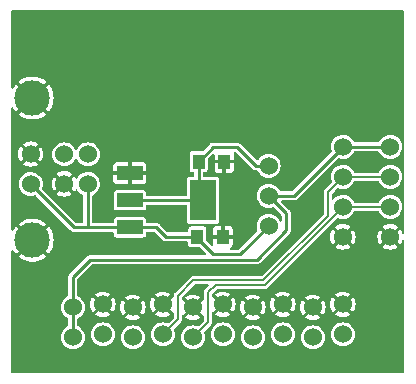
<source format=gtl>
%TF.GenerationSoftware,KiCad,Pcbnew,7.0.8*%
%TF.CreationDate,2024-04-10T09:11:16-04:00*%
%TF.ProjectId,petit-swd,70657469-742d-4737-9764-2e6b69636164,0.1*%
%TF.SameCoordinates,PX77e7cd0PY6a95280*%
%TF.FileFunction,Copper,L1,Top*%
%TF.FilePolarity,Positive*%
%FSLAX46Y46*%
G04 Gerber Fmt 4.6, Leading zero omitted, Abs format (unit mm)*
G04 Created by KiCad (PCBNEW 7.0.8) date 2024-04-10 09:11:16*
%MOMM*%
%LPD*%
G01*
G04 APERTURE LIST*
%TA.AperFunction,ComponentPad*%
%ADD10C,1.524000*%
%TD*%
%TA.AperFunction,ComponentPad*%
%ADD11C,3.000000*%
%TD*%
%TA.AperFunction,SMDPad,CuDef*%
%ADD12R,2.200000X1.200000*%
%TD*%
%TA.AperFunction,SMDPad,CuDef*%
%ADD13R,2.200000X3.500000*%
%TD*%
%TA.AperFunction,SMDPad,CuDef*%
%ADD14R,1.016000X1.270000*%
%TD*%
%TA.AperFunction,Conductor*%
%ADD15C,0.177800*%
%TD*%
%TA.AperFunction,Conductor*%
%ADD16C,0.254000*%
%TD*%
G04 APERTURE END LIST*
D10*
%TO.P,CON102,1,Vdd*%
%TO.N,VCC*%
X28575000Y19685000D03*
%TO.P,CON102,2,SWDIO*%
%TO.N,/SWDIO*%
X28575000Y17145000D03*
%TO.P,CON102,3,SWCLK*%
%TO.N,/SWCLK*%
X28575000Y14605000D03*
%TO.P,CON102,4,GND*%
%TO.N,GND*%
X28575000Y12065000D03*
%TD*%
%TO.P,CON104,1,+5V*%
%TO.N,+5V*%
X6985000Y16550000D03*
%TO.P,CON104,2,D-*%
%TO.N,unconnected-(CON104-D--Pad2)*%
X6985000Y19050000D03*
%TO.P,CON104,3,D+*%
%TO.N,unconnected-(CON104-D+-Pad3)*%
X4985000Y19050000D03*
%TO.P,CON104,4,GND*%
%TO.N,GND*%
X4985000Y16550000D03*
D11*
%TO.P,CON104,5,CASE*%
X2275000Y11780000D03*
X2275000Y23820000D03*
%TD*%
D10*
%TO.P,CON105,1,1*%
%TO.N,+3V3*%
X22288500Y18084800D03*
%TO.P,CON105,2,2*%
%TO.N,VCC*%
X22288500Y15544800D03*
%TO.P,CON105,3,3*%
%TO.N,+5V*%
X22288500Y13004800D03*
%TD*%
%TO.P,CON101,1,Vcc*%
%TO.N,VCC*%
X5715000Y3556000D03*
%TO.P,CON101,2,Vcc*%
X5715000Y6096000D03*
%TO.P,CON101,3,TRST*%
%TO.N,unconnected-(CON101-TRST-Pad3)*%
X8255000Y3810000D03*
%TO.P,CON101,4,GND*%
%TO.N,GND*%
X8255000Y6350000D03*
%TO.P,CON101,5,TDI*%
%TO.N,unconnected-(CON101-TDI-Pad5)*%
X10795000Y3556000D03*
%TO.P,CON101,6,GND*%
%TO.N,GND*%
X10795000Y6096000D03*
%TO.P,CON101,7,SWDIO/TMS*%
%TO.N,/SWDIO*%
X13335000Y3810000D03*
%TO.P,CON101,8,GND*%
%TO.N,GND*%
X13335000Y6350000D03*
%TO.P,CON101,9,SWCLK/TCLK*%
%TO.N,/SWCLK*%
X15875000Y3556000D03*
%TO.P,CON101,10,GND*%
%TO.N,GND*%
X15875000Y6096000D03*
%TO.P,CON101,11,RTCK*%
%TO.N,unconnected-(CON101-RTCK-Pad11)*%
X18415000Y3810000D03*
%TO.P,CON101,12,GND*%
%TO.N,GND*%
X18415000Y6350000D03*
%TO.P,CON101,13,SWO/TDO*%
%TO.N,unconnected-(CON101-SWO{slash}TDO-Pad13)*%
X20955000Y3556000D03*
%TO.P,CON101,14,GND*%
%TO.N,GND*%
X20955000Y6096000D03*
%TO.P,CON101,15,RESET*%
%TO.N,unconnected-(CON101-RESET-Pad15)*%
X23495000Y3810000D03*
%TO.P,CON101,16,GND*%
%TO.N,GND*%
X23495000Y6350000D03*
%TO.P,CON101,17,NC*%
%TO.N,unconnected-(CON101-NC-Pad17)*%
X26035000Y3556000D03*
%TO.P,CON101,18,GND*%
%TO.N,GND*%
X26035000Y6096000D03*
%TO.P,CON101,19,NC*%
%TO.N,unconnected-(CON101-NC-Pad19)*%
X28575000Y3810000D03*
%TO.P,CON101,20,GND*%
%TO.N,GND*%
X28575000Y6350000D03*
%TD*%
%TO.P,CON106,1,1*%
%TO.N,+5V*%
X2140000Y16535400D03*
%TO.P,CON106,2,2*%
%TO.N,GND*%
X2140000Y19075400D03*
%TD*%
D12*
%TO.P,U101,1,GND*%
%TO.N,GND*%
X10527100Y17463800D03*
D13*
%TO.P,U101,2,Vout*%
%TO.N,+3V3*%
X16727100Y15163800D03*
D12*
X10527100Y15163800D03*
%TO.P,U101,3,Vin*%
%TO.N,+5V*%
X10527100Y12863800D03*
%TD*%
D10*
%TO.P,CON103,1,Vdd*%
%TO.N,VCC*%
X32575500Y19685000D03*
%TO.P,CON103,2,SWDIO*%
%TO.N,/SWDIO*%
X32575500Y17145000D03*
%TO.P,CON103,3,SWCLK*%
%TO.N,/SWCLK*%
X32575500Y14605000D03*
%TO.P,CON103,4,GND*%
%TO.N,GND*%
X32575500Y12065000D03*
%TD*%
D14*
%TO.P,C102,1*%
%TO.N,+3V3*%
X16357600Y18440400D03*
%TO.P,C102,2*%
%TO.N,GND*%
X18516600Y18440400D03*
%TD*%
%TO.P,C101,1*%
%TO.N,+5V*%
X16256000Y12065000D03*
%TO.P,C101,2*%
%TO.N,GND*%
X18415000Y12065000D03*
%TD*%
D15*
%TO.N,/SWDIO*%
X14605000Y5080000D02*
X13335000Y3810000D01*
X14605000Y7086600D02*
X14605000Y5080000D01*
X15900400Y8382000D02*
X14605000Y7086600D01*
X21844000Y8382000D02*
X15900400Y8382000D01*
X27279600Y13817600D02*
X21844000Y8382000D01*
X27279600Y15849600D02*
X27279600Y13817600D01*
X28575000Y17145000D02*
X27279600Y15849600D01*
%TO.N,/SWCLK*%
X21996400Y8026400D02*
X20726400Y8026400D01*
X28575000Y14605000D02*
X21996400Y8026400D01*
X17145000Y6934200D02*
X17145000Y7366000D01*
X17145000Y7366000D02*
X17805400Y8026400D01*
X17805400Y8026400D02*
X20726400Y8026400D01*
X15875000Y3556000D02*
X17145000Y4826000D01*
X17145000Y4826000D02*
X17145000Y6934200D01*
D16*
%TO.N,+3V3*%
X19608800Y19659600D02*
X21183600Y18084800D01*
X16357600Y18440400D02*
X17576800Y19659600D01*
X17576800Y19659600D02*
X19608800Y19659600D01*
X10527100Y15163800D02*
X16727100Y15163800D01*
X21183600Y18084800D02*
X22288500Y18084800D01*
X16357600Y18440400D02*
X16357600Y15533300D01*
X16357600Y15533300D02*
X16727100Y15163800D01*
D15*
%TO.N,/SWDIO*%
X28575000Y17145000D02*
X32575500Y17145000D01*
%TO.N,/SWCLK*%
X28575000Y14605000D02*
X32575500Y14605000D01*
D16*
%TO.N,+5V*%
X13563600Y12065000D02*
X16256000Y12065000D01*
X2140000Y16535400D02*
X5811600Y12863800D01*
X12764800Y12863800D02*
X13563600Y12065000D01*
X10527100Y12863800D02*
X12764800Y12863800D01*
X19875500Y10591800D02*
X22288500Y13004800D01*
X17602200Y10591800D02*
X19875500Y10591800D01*
X16256000Y12065000D02*
X16256000Y11938000D01*
X6985000Y12863800D02*
X10527100Y12863800D01*
X5811600Y12863800D02*
X6985000Y12863800D01*
X6985000Y16550000D02*
X6985000Y12863800D01*
X16256000Y11938000D02*
X17602200Y10591800D01*
%TO.N,VCC*%
X22288500Y15544800D02*
X24434800Y15544800D01*
X24434800Y15544800D02*
X28575000Y19685000D01*
X23774400Y12623800D02*
X23774400Y14058900D01*
X5715000Y6096000D02*
X5715000Y8661400D01*
X28575000Y19685000D02*
X32575500Y19685000D01*
X5715000Y3556000D02*
X5715000Y6096000D01*
X21285200Y10134600D02*
X23774400Y12623800D01*
X5715000Y8661400D02*
X7188200Y10134600D01*
X23774400Y14058900D02*
X22288500Y15544800D01*
X7188200Y10134600D02*
X21285200Y10134600D01*
%TD*%
%TA.AperFunction,Conductor*%
%TO.N,GND*%
G36*
X17176250Y8018035D02*
G01*
X17206314Y7965964D01*
X17195873Y7906750D01*
X17181903Y7888545D01*
X16914130Y7620773D01*
X16911302Y7618183D01*
X16877885Y7590141D01*
X16877883Y7590139D01*
X16856067Y7552354D01*
X16854008Y7549122D01*
X16828972Y7513366D01*
X16828972Y7513364D01*
X16827993Y7509712D01*
X16819221Y7488533D01*
X16817333Y7485263D01*
X16817331Y7485257D01*
X16809752Y7442283D01*
X16808923Y7438541D01*
X16797629Y7396389D01*
X16799696Y7372771D01*
X16801433Y7352914D01*
X16801600Y7349102D01*
X16801600Y6824429D01*
X16781035Y6767928D01*
X16737068Y6742544D01*
X16326931Y6332407D01*
X16262869Y6432090D01*
X16152470Y6527752D01*
X16110425Y6546953D01*
X16514613Y6951141D01*
X16470553Y6987302D01*
X16470554Y6987302D01*
X16285216Y7086367D01*
X16084135Y7147364D01*
X15875000Y7167962D01*
X15665864Y7147364D01*
X15464783Y7086367D01*
X15279449Y6987304D01*
X15235385Y6951142D01*
X15639574Y6546953D01*
X15597530Y6527752D01*
X15487131Y6432090D01*
X15423067Y6332406D01*
X15009086Y6746387D01*
X14983170Y6754403D01*
X14950588Y6804937D01*
X14948400Y6824429D01*
X14948400Y6907950D01*
X14968965Y6964451D01*
X14974145Y6970105D01*
X16016895Y8012855D01*
X16071389Y8038266D01*
X16079050Y8038600D01*
X17119749Y8038600D01*
X17176250Y8018035D01*
G37*
%TD.AperFunction*%
%TA.AperFunction,Conductor*%
G36*
X33750101Y31220935D02*
G01*
X33780165Y31168864D01*
X33781500Y31153600D01*
X33781500Y12356941D01*
X33760935Y12300440D01*
X33708864Y12270376D01*
X33649650Y12280817D01*
X33611001Y12326877D01*
X33609485Y12331425D01*
X33565866Y12475217D01*
X33466801Y12660554D01*
X33430640Y12704616D01*
X33027431Y12301407D01*
X32963369Y12401090D01*
X32852970Y12496752D01*
X32810925Y12515953D01*
X33215113Y12920141D01*
X33171053Y12956302D01*
X33171054Y12956302D01*
X32985716Y13055367D01*
X32784635Y13116364D01*
X32575500Y13136962D01*
X32366364Y13116364D01*
X32165283Y13055367D01*
X31979949Y12956304D01*
X31935885Y12920142D01*
X32340074Y12515953D01*
X32298030Y12496752D01*
X32187631Y12401090D01*
X32123567Y12301406D01*
X31720358Y12704615D01*
X31684196Y12660551D01*
X31585133Y12475217D01*
X31524136Y12274136D01*
X31503538Y12065000D01*
X31524136Y11855865D01*
X31585133Y11654784D01*
X31684198Y11469447D01*
X31720359Y11425387D01*
X32123567Y11828595D01*
X32187631Y11728910D01*
X32298030Y11633248D01*
X32340072Y11614048D01*
X31935884Y11209860D01*
X31979946Y11173699D01*
X31979945Y11173699D01*
X32165283Y11074634D01*
X32366364Y11013637D01*
X32575500Y10993039D01*
X32784635Y11013637D01*
X32985716Y11074634D01*
X33171048Y11173696D01*
X33215113Y11209861D01*
X32810926Y11614048D01*
X32852970Y11633248D01*
X32963369Y11728910D01*
X33027432Y11828595D01*
X33430639Y11425387D01*
X33466804Y11469452D01*
X33565866Y11654784D01*
X33609485Y11798576D01*
X33645565Y11846675D01*
X33704122Y11860328D01*
X33757755Y11833148D01*
X33781369Y11777852D01*
X33781500Y11773060D01*
X33781500Y596400D01*
X33760935Y539899D01*
X33708864Y509835D01*
X33693600Y508500D01*
X596400Y508500D01*
X539899Y529065D01*
X509835Y581136D01*
X508500Y596400D01*
X508500Y10902021D01*
X529065Y10958522D01*
X581136Y10988586D01*
X640350Y10978145D01*
X672524Y10945971D01*
X779625Y10760467D01*
X895116Y10615646D01*
X1347558Y11068088D01*
X1486782Y10915366D01*
X1566039Y10855515D01*
X1109715Y10399190D01*
X1146571Y10364993D01*
X1370072Y10212613D01*
X1370071Y10212613D01*
X1613780Y10095250D01*
X1872272Y10015516D01*
X2139746Y9975201D01*
X2139755Y9975200D01*
X2410245Y9975200D01*
X2410253Y9975201D01*
X2677727Y10015516D01*
X2936219Y10095250D01*
X3179928Y10212613D01*
X3403429Y10364994D01*
X3440283Y10399190D01*
X2983959Y10855514D01*
X3063218Y10915366D01*
X3202440Y11068087D01*
X3654882Y10615645D01*
X3770374Y10760467D01*
X3770375Y10760469D01*
X3905626Y10994730D01*
X4004454Y11246538D01*
X4064644Y11510249D01*
X4064646Y11510257D01*
X4084861Y11779998D01*
X4084861Y11780003D01*
X4064646Y12049744D01*
X4064644Y12049752D01*
X4004454Y12313463D01*
X3905626Y12565271D01*
X3770374Y12799534D01*
X3654881Y12944357D01*
X3202439Y12491915D01*
X3063218Y12644634D01*
X2983959Y12704487D01*
X3440284Y13160811D01*
X3440283Y13160812D01*
X3403428Y13195008D01*
X3179928Y13347388D01*
X3179929Y13347388D01*
X2936219Y13464751D01*
X2677727Y13544485D01*
X2410253Y13584800D01*
X2139746Y13584800D01*
X1872272Y13544485D01*
X1613780Y13464751D01*
X1370072Y13347388D01*
X1146575Y13195011D01*
X1109715Y13160812D01*
X1566040Y12704487D01*
X1486782Y12644634D01*
X1347559Y12491914D01*
X895116Y12944357D01*
X895115Y12944357D01*
X779630Y12799541D01*
X779625Y12799534D01*
X672524Y12614030D01*
X626463Y12575381D01*
X566336Y12575381D01*
X520276Y12614030D01*
X508500Y12657980D01*
X508500Y16535400D01*
X1118582Y16535400D01*
X1138208Y16336131D01*
X1138208Y16336129D01*
X1138209Y16336127D01*
X1150466Y16295723D01*
X1196333Y16144520D01*
X1290722Y15967931D01*
X1417748Y15813148D01*
X1572531Y15686122D01*
X1749120Y15591733D01*
X1940731Y15533608D01*
X2140000Y15513982D01*
X2339269Y15533608D01*
X2490641Y15579527D01*
X2550677Y15576250D01*
X2578311Y15557567D01*
X5507416Y12628461D01*
X5518847Y12614384D01*
X5519150Y12613920D01*
X5527040Y12601844D01*
X5556436Y12578964D01*
X5560517Y12575360D01*
X5564192Y12571685D01*
X5583498Y12557902D01*
X5627515Y12523641D01*
X5633921Y12520175D01*
X5633667Y12519708D01*
X5634951Y12519047D01*
X5635185Y12519525D01*
X5641728Y12516327D01*
X5641731Y12516325D01*
X5695182Y12500412D01*
X5747939Y12482300D01*
X5747944Y12482300D01*
X5755124Y12481101D01*
X5755036Y12480577D01*
X5756465Y12480369D01*
X5756531Y12480896D01*
X5763759Y12479995D01*
X5819495Y12482300D01*
X6921339Y12482300D01*
X6967400Y12482300D01*
X6971030Y12482150D01*
X6976210Y12481721D01*
X7016940Y12478346D01*
X7021931Y12479611D01*
X7043509Y12482300D01*
X9084701Y12482300D01*
X9141202Y12461735D01*
X9171266Y12409664D01*
X9172601Y12394400D01*
X9172601Y12238734D01*
X9187366Y12164499D01*
X9243616Y12080316D01*
X9265409Y12065754D01*
X9327798Y12024066D01*
X9338361Y12021965D01*
X9402033Y12009300D01*
X11652166Y12009301D01*
X11652168Y12009301D01*
X11670661Y12012980D01*
X11726401Y12024066D01*
X11810584Y12080316D01*
X11866834Y12164499D01*
X11881600Y12238733D01*
X11881600Y12394400D01*
X11902165Y12450901D01*
X11954236Y12480965D01*
X11969500Y12482300D01*
X12570368Y12482300D01*
X12626869Y12461735D01*
X12632523Y12456555D01*
X13259416Y11829661D01*
X13270847Y11815584D01*
X13279040Y11803044D01*
X13308427Y11780171D01*
X13312514Y11776562D01*
X13316017Y11773060D01*
X13316191Y11772886D01*
X13335500Y11759100D01*
X13379515Y11724842D01*
X13379517Y11724842D01*
X13385920Y11721376D01*
X13385666Y11720908D01*
X13386954Y11720245D01*
X13387188Y11720723D01*
X13393727Y11717527D01*
X13393730Y11717525D01*
X13447186Y11701611D01*
X13499939Y11683500D01*
X13499945Y11683500D01*
X13507124Y11682301D01*
X13507036Y11681777D01*
X13508465Y11681569D01*
X13508531Y11682096D01*
X13515753Y11681197D01*
X13515759Y11681195D01*
X13571484Y11683500D01*
X15405601Y11683500D01*
X15462102Y11662935D01*
X15492166Y11610864D01*
X15493501Y11595600D01*
X15493501Y11404934D01*
X15508266Y11330699D01*
X15564516Y11246516D01*
X15592705Y11227681D01*
X15648698Y11190266D01*
X15659261Y11188165D01*
X15722933Y11175500D01*
X16442567Y11175501D01*
X16499068Y11154936D01*
X16504722Y11149756D01*
X16988323Y10666155D01*
X17013734Y10611661D01*
X16998171Y10553583D01*
X16948918Y10519095D01*
X16926168Y10516100D01*
X7236882Y10516100D01*
X7218844Y10517971D01*
X7204183Y10521045D01*
X7204182Y10521045D01*
X7167225Y10516438D01*
X7161783Y10516100D01*
X7156586Y10516100D01*
X7139034Y10513172D01*
X7133183Y10512195D01*
X7127048Y10511431D01*
X7077839Y10505296D01*
X7070859Y10503217D01*
X7070707Y10503725D01*
X7069328Y10503283D01*
X7069500Y10502782D01*
X7062615Y10500419D01*
X7013553Y10473869D01*
X6963455Y10449377D01*
X6957530Y10445146D01*
X6957223Y10445576D01*
X6956056Y10444707D01*
X6956381Y10444290D01*
X6950636Y10439819D01*
X6912858Y10398781D01*
X5479658Y8965583D01*
X5465585Y8954154D01*
X5453042Y8945959D01*
X5430166Y8916568D01*
X5426561Y8912485D01*
X5422885Y8908810D01*
X5409099Y8889500D01*
X5374844Y8845489D01*
X5371376Y8839081D01*
X5370913Y8839332D01*
X5370250Y8838044D01*
X5370723Y8837812D01*
X5367526Y8831272D01*
X5351610Y8777814D01*
X5333500Y8725063D01*
X5332301Y8717875D01*
X5331777Y8717963D01*
X5331568Y8716532D01*
X5332096Y8716466D01*
X5331195Y8709240D01*
X5333500Y8653516D01*
X5333500Y7097367D01*
X5312935Y7040866D01*
X5287036Y7019846D01*
X5147530Y6945278D01*
X4992750Y6818254D01*
X4992746Y6818250D01*
X4865722Y6663470D01*
X4771335Y6486884D01*
X4771333Y6486880D01*
X4713209Y6295274D01*
X4713208Y6295272D01*
X4713208Y6295269D01*
X4693582Y6096000D01*
X4713208Y5896731D01*
X4713208Y5896729D01*
X4713209Y5896727D01*
X4725089Y5857565D01*
X4771333Y5705120D01*
X4865722Y5528531D01*
X4992748Y5373748D01*
X5147531Y5246722D01*
X5287036Y5172155D01*
X5327171Y5127384D01*
X5333500Y5094634D01*
X5333500Y4557367D01*
X5312935Y4500866D01*
X5287036Y4479846D01*
X5147530Y4405278D01*
X4992750Y4278254D01*
X4992746Y4278250D01*
X4865722Y4123470D01*
X4771335Y3946884D01*
X4771333Y3946880D01*
X4713209Y3755274D01*
X4713208Y3755272D01*
X4713208Y3755269D01*
X4693582Y3556000D01*
X4713208Y3356731D01*
X4771333Y3165120D01*
X4865722Y2988531D01*
X4992748Y2833748D01*
X5147531Y2706722D01*
X5324120Y2612333D01*
X5515731Y2554208D01*
X5715000Y2534582D01*
X5914269Y2554208D01*
X6105880Y2612333D01*
X6282469Y2706722D01*
X6437252Y2833748D01*
X6564278Y2988531D01*
X6658667Y3165120D01*
X6716792Y3356731D01*
X6736418Y3556000D01*
X6716792Y3755269D01*
X6700189Y3810000D01*
X7233582Y3810000D01*
X7253208Y3610731D01*
X7311333Y3419120D01*
X7405722Y3242531D01*
X7532748Y3087748D01*
X7687531Y2960722D01*
X7864120Y2866333D01*
X8055731Y2808208D01*
X8255000Y2788582D01*
X8454269Y2808208D01*
X8645880Y2866333D01*
X8822469Y2960722D01*
X8977252Y3087748D01*
X9104278Y3242531D01*
X9198667Y3419120D01*
X9240189Y3556000D01*
X9773582Y3556000D01*
X9793208Y3356731D01*
X9851333Y3165120D01*
X9945722Y2988531D01*
X10072748Y2833748D01*
X10227531Y2706722D01*
X10404120Y2612333D01*
X10595731Y2554208D01*
X10795000Y2534582D01*
X10994269Y2554208D01*
X11185880Y2612333D01*
X11362469Y2706722D01*
X11517252Y2833748D01*
X11644278Y2988531D01*
X11738667Y3165120D01*
X11796792Y3356731D01*
X11816418Y3556000D01*
X11796792Y3755269D01*
X11738667Y3946880D01*
X11644278Y4123469D01*
X11517252Y4278252D01*
X11362469Y4405278D01*
X11185880Y4499667D01*
X11073398Y4533789D01*
X10994273Y4557791D01*
X10994271Y4557792D01*
X10994269Y4557792D01*
X10795000Y4577418D01*
X10595731Y4557792D01*
X10595728Y4557792D01*
X10595726Y4557791D01*
X10404120Y4499667D01*
X10404116Y4499665D01*
X10227530Y4405278D01*
X10072750Y4278254D01*
X10072746Y4278250D01*
X9945722Y4123470D01*
X9851335Y3946884D01*
X9851333Y3946880D01*
X9793209Y3755274D01*
X9793208Y3755272D01*
X9793208Y3755269D01*
X9773582Y3556000D01*
X9240189Y3556000D01*
X9256792Y3610731D01*
X9276418Y3810000D01*
X9256792Y4009269D01*
X9198667Y4200880D01*
X9104278Y4377469D01*
X8977252Y4532252D01*
X8822469Y4659278D01*
X8645880Y4753667D01*
X8507607Y4795612D01*
X8454273Y4811791D01*
X8454271Y4811792D01*
X8454269Y4811792D01*
X8255000Y4831418D01*
X8055731Y4811792D01*
X8055728Y4811792D01*
X8055726Y4811791D01*
X7864120Y4753667D01*
X7864116Y4753665D01*
X7687530Y4659278D01*
X7532750Y4532254D01*
X7532746Y4532250D01*
X7405722Y4377470D01*
X7311335Y4200884D01*
X7311333Y4200880D01*
X7253209Y4009274D01*
X7253208Y4009272D01*
X7253208Y4009269D01*
X7233582Y3810000D01*
X6700189Y3810000D01*
X6658667Y3946880D01*
X6564278Y4123469D01*
X6437252Y4278252D01*
X6282469Y4405278D01*
X6142964Y4479846D01*
X6102829Y4524618D01*
X6096500Y4557367D01*
X6096500Y5094634D01*
X6117065Y5151135D01*
X6142964Y5172155D01*
X6282469Y5246722D01*
X6437252Y5373748D01*
X6564278Y5528531D01*
X6658667Y5705120D01*
X6716792Y5896731D01*
X6736418Y6096000D01*
X6716792Y6295269D01*
X6700189Y6350000D01*
X7183038Y6350000D01*
X7203636Y6140865D01*
X7264633Y5939784D01*
X7363698Y5754447D01*
X7399859Y5710387D01*
X7803067Y6113595D01*
X7867131Y6013910D01*
X7977530Y5918248D01*
X8019572Y5899048D01*
X7615384Y5494860D01*
X7659446Y5458699D01*
X7659445Y5458699D01*
X7844783Y5359634D01*
X8045864Y5298637D01*
X8255000Y5278039D01*
X8464135Y5298637D01*
X8665216Y5359634D01*
X8850548Y5458696D01*
X8894613Y5494861D01*
X8490426Y5899048D01*
X8532470Y5918248D01*
X8642869Y6013910D01*
X8706932Y6113595D01*
X9110139Y5710387D01*
X9146304Y5754452D01*
X9245366Y5939784D01*
X9292753Y6096000D01*
X9723038Y6096000D01*
X9743636Y5886865D01*
X9804633Y5685784D01*
X9903698Y5500447D01*
X9939859Y5456387D01*
X10343067Y5859595D01*
X10407131Y5759910D01*
X10517530Y5664248D01*
X10559572Y5645048D01*
X10155384Y5240860D01*
X10199446Y5204699D01*
X10199445Y5204699D01*
X10384783Y5105634D01*
X10585864Y5044637D01*
X10795000Y5024039D01*
X11004135Y5044637D01*
X11205216Y5105634D01*
X11390548Y5204696D01*
X11434613Y5240861D01*
X11030426Y5645048D01*
X11072470Y5664248D01*
X11182869Y5759910D01*
X11246932Y5859595D01*
X11650139Y5456387D01*
X11686304Y5500452D01*
X11785366Y5685784D01*
X11846363Y5886865D01*
X11866961Y6096000D01*
X11846363Y6305136D01*
X11832754Y6350000D01*
X12263038Y6350000D01*
X12283636Y6140865D01*
X12344633Y5939784D01*
X12443698Y5754447D01*
X12479859Y5710387D01*
X12883067Y6113595D01*
X12947131Y6013910D01*
X13057530Y5918248D01*
X13099572Y5899048D01*
X12695384Y5494860D01*
X12739446Y5458699D01*
X12739445Y5458699D01*
X12924783Y5359634D01*
X13125864Y5298637D01*
X13335000Y5278039D01*
X13544135Y5298637D01*
X13745216Y5359634D01*
X13930548Y5458696D01*
X13974613Y5494861D01*
X13570426Y5899048D01*
X13612470Y5918248D01*
X13722869Y6013910D01*
X13786932Y6113595D01*
X14200909Y5699617D01*
X14226826Y5691601D01*
X14259411Y5641069D01*
X14261600Y5621573D01*
X14261600Y5258652D01*
X14241035Y5202151D01*
X14235855Y5196497D01*
X13814651Y4775294D01*
X13760157Y4749883D01*
X13726980Y4753334D01*
X13534275Y4811791D01*
X13534270Y4811792D01*
X13534269Y4811792D01*
X13335000Y4831418D01*
X13135731Y4811792D01*
X13135728Y4811792D01*
X13135726Y4811791D01*
X12944120Y4753667D01*
X12944116Y4753665D01*
X12767530Y4659278D01*
X12612750Y4532254D01*
X12612746Y4532250D01*
X12485722Y4377470D01*
X12391335Y4200884D01*
X12391333Y4200880D01*
X12333209Y4009274D01*
X12333208Y4009272D01*
X12333208Y4009269D01*
X12313582Y3810000D01*
X12333208Y3610731D01*
X12391333Y3419120D01*
X12485722Y3242531D01*
X12612748Y3087748D01*
X12767531Y2960722D01*
X12944120Y2866333D01*
X13135731Y2808208D01*
X13335000Y2788582D01*
X13534269Y2808208D01*
X13725880Y2866333D01*
X13902469Y2960722D01*
X14057252Y3087748D01*
X14184278Y3242531D01*
X14278667Y3419120D01*
X14336792Y3610731D01*
X14356418Y3810000D01*
X14336792Y4009269D01*
X14302150Y4123469D01*
X14278333Y4201983D01*
X14281611Y4262021D01*
X14300290Y4289651D01*
X14835884Y4825245D01*
X14838693Y4827818D01*
X14872117Y4855862D01*
X14893933Y4893653D01*
X14895994Y4896885D01*
X14905706Y4910756D01*
X14921026Y4932634D01*
X14922001Y4936274D01*
X14930786Y4957479D01*
X14932667Y4960737D01*
X14932667Y4960738D01*
X14932668Y4960739D01*
X14940250Y5003743D01*
X14941069Y5007440D01*
X14952370Y5049609D01*
X14948566Y5093086D01*
X14948400Y5096900D01*
X14948400Y5367573D01*
X14968965Y5424074D01*
X15012932Y5449460D01*
X15423067Y5859595D01*
X15487131Y5759910D01*
X15597530Y5664248D01*
X15639572Y5645048D01*
X15235384Y5240860D01*
X15279446Y5204699D01*
X15279445Y5204699D01*
X15464783Y5105634D01*
X15665864Y5044637D01*
X15875000Y5024039D01*
X16084135Y5044637D01*
X16285216Y5105634D01*
X16470548Y5204696D01*
X16514613Y5240861D01*
X16110426Y5645048D01*
X16152470Y5664248D01*
X16262869Y5759910D01*
X16326932Y5859595D01*
X16740909Y5445617D01*
X16766826Y5437601D01*
X16799411Y5387069D01*
X16801600Y5367573D01*
X16801600Y5004652D01*
X16781035Y4948151D01*
X16775855Y4942497D01*
X16354651Y4521294D01*
X16300157Y4495883D01*
X16266980Y4499334D01*
X16074275Y4557791D01*
X16074270Y4557792D01*
X16074269Y4557792D01*
X15875000Y4577418D01*
X15675731Y4557792D01*
X15675728Y4557792D01*
X15675726Y4557791D01*
X15484120Y4499667D01*
X15484116Y4499665D01*
X15307530Y4405278D01*
X15152750Y4278254D01*
X15152746Y4278250D01*
X15025722Y4123470D01*
X14931335Y3946884D01*
X14931333Y3946880D01*
X14873209Y3755274D01*
X14873208Y3755272D01*
X14873208Y3755269D01*
X14853582Y3556000D01*
X14873208Y3356731D01*
X14931333Y3165120D01*
X15025722Y2988531D01*
X15152748Y2833748D01*
X15307531Y2706722D01*
X15484120Y2612333D01*
X15675731Y2554208D01*
X15875000Y2534582D01*
X16074269Y2554208D01*
X16265880Y2612333D01*
X16442469Y2706722D01*
X16597252Y2833748D01*
X16724278Y2988531D01*
X16818667Y3165120D01*
X16876792Y3356731D01*
X16896418Y3556000D01*
X16876792Y3755269D01*
X16876790Y3755276D01*
X16860190Y3810000D01*
X17393582Y3810000D01*
X17413208Y3610731D01*
X17471333Y3419120D01*
X17565722Y3242531D01*
X17692748Y3087748D01*
X17847531Y2960722D01*
X18024120Y2866333D01*
X18215731Y2808208D01*
X18415000Y2788582D01*
X18614269Y2808208D01*
X18805880Y2866333D01*
X18982469Y2960722D01*
X19137252Y3087748D01*
X19264278Y3242531D01*
X19358667Y3419120D01*
X19400189Y3556000D01*
X19933582Y3556000D01*
X19953208Y3356731D01*
X20011333Y3165120D01*
X20105722Y2988531D01*
X20232748Y2833748D01*
X20387531Y2706722D01*
X20564120Y2612333D01*
X20755731Y2554208D01*
X20955000Y2534582D01*
X21154269Y2554208D01*
X21345880Y2612333D01*
X21522469Y2706722D01*
X21677252Y2833748D01*
X21804278Y2988531D01*
X21898667Y3165120D01*
X21956792Y3356731D01*
X21976418Y3556000D01*
X21956792Y3755269D01*
X21940189Y3810000D01*
X22473582Y3810000D01*
X22493208Y3610731D01*
X22551333Y3419120D01*
X22645722Y3242531D01*
X22772748Y3087748D01*
X22927531Y2960722D01*
X23104120Y2866333D01*
X23295731Y2808208D01*
X23495000Y2788582D01*
X23694269Y2808208D01*
X23885880Y2866333D01*
X24062469Y2960722D01*
X24217252Y3087748D01*
X24344278Y3242531D01*
X24438667Y3419120D01*
X24480189Y3556000D01*
X25013582Y3556000D01*
X25033208Y3356731D01*
X25091333Y3165120D01*
X25185722Y2988531D01*
X25312748Y2833748D01*
X25467531Y2706722D01*
X25644120Y2612333D01*
X25835731Y2554208D01*
X26035000Y2534582D01*
X26234269Y2554208D01*
X26425880Y2612333D01*
X26602469Y2706722D01*
X26757252Y2833748D01*
X26884278Y2988531D01*
X26978667Y3165120D01*
X27036792Y3356731D01*
X27056418Y3556000D01*
X27036792Y3755269D01*
X27020189Y3810000D01*
X27553582Y3810000D01*
X27573208Y3610731D01*
X27631333Y3419120D01*
X27725722Y3242531D01*
X27852748Y3087748D01*
X28007531Y2960722D01*
X28184120Y2866333D01*
X28375731Y2808208D01*
X28575000Y2788582D01*
X28774269Y2808208D01*
X28965880Y2866333D01*
X29142469Y2960722D01*
X29297252Y3087748D01*
X29424278Y3242531D01*
X29518667Y3419120D01*
X29576792Y3610731D01*
X29596418Y3810000D01*
X29576792Y4009269D01*
X29518667Y4200880D01*
X29424278Y4377469D01*
X29297252Y4532252D01*
X29142469Y4659278D01*
X28965880Y4753667D01*
X28827607Y4795612D01*
X28774273Y4811791D01*
X28774271Y4811792D01*
X28774269Y4811792D01*
X28575000Y4831418D01*
X28375731Y4811792D01*
X28375728Y4811792D01*
X28375726Y4811791D01*
X28184120Y4753667D01*
X28184116Y4753665D01*
X28007530Y4659278D01*
X27852750Y4532254D01*
X27852746Y4532250D01*
X27725722Y4377470D01*
X27631335Y4200884D01*
X27631333Y4200880D01*
X27573209Y4009274D01*
X27573208Y4009272D01*
X27573208Y4009269D01*
X27553582Y3810000D01*
X27020189Y3810000D01*
X26978667Y3946880D01*
X26884278Y4123469D01*
X26757252Y4278252D01*
X26602469Y4405278D01*
X26425880Y4499667D01*
X26313398Y4533789D01*
X26234273Y4557791D01*
X26234271Y4557792D01*
X26234269Y4557792D01*
X26035000Y4577418D01*
X25835731Y4557792D01*
X25835728Y4557792D01*
X25835726Y4557791D01*
X25644120Y4499667D01*
X25644116Y4499665D01*
X25467530Y4405278D01*
X25312750Y4278254D01*
X25312746Y4278250D01*
X25185722Y4123470D01*
X25091335Y3946884D01*
X25091333Y3946880D01*
X25033209Y3755274D01*
X25033208Y3755272D01*
X25033208Y3755269D01*
X25013582Y3556000D01*
X24480189Y3556000D01*
X24496792Y3610731D01*
X24516418Y3810000D01*
X24496792Y4009269D01*
X24438667Y4200880D01*
X24344278Y4377469D01*
X24217252Y4532252D01*
X24062469Y4659278D01*
X23885880Y4753667D01*
X23747607Y4795612D01*
X23694273Y4811791D01*
X23694271Y4811792D01*
X23694269Y4811792D01*
X23495000Y4831418D01*
X23295731Y4811792D01*
X23295728Y4811792D01*
X23295726Y4811791D01*
X23104120Y4753667D01*
X23104116Y4753665D01*
X22927530Y4659278D01*
X22772750Y4532254D01*
X22772746Y4532250D01*
X22645722Y4377470D01*
X22551335Y4200884D01*
X22551333Y4200880D01*
X22493209Y4009274D01*
X22493208Y4009272D01*
X22493208Y4009269D01*
X22473582Y3810000D01*
X21940189Y3810000D01*
X21898667Y3946880D01*
X21804278Y4123469D01*
X21677252Y4278252D01*
X21522469Y4405278D01*
X21345880Y4499667D01*
X21233398Y4533789D01*
X21154273Y4557791D01*
X21154271Y4557792D01*
X21154269Y4557792D01*
X20955000Y4577418D01*
X20755731Y4557792D01*
X20755728Y4557792D01*
X20755726Y4557791D01*
X20564120Y4499667D01*
X20564116Y4499665D01*
X20387530Y4405278D01*
X20232750Y4278254D01*
X20232746Y4278250D01*
X20105722Y4123470D01*
X20011335Y3946884D01*
X20011333Y3946880D01*
X19953209Y3755274D01*
X19953208Y3755272D01*
X19953208Y3755269D01*
X19933582Y3556000D01*
X19400189Y3556000D01*
X19416792Y3610731D01*
X19436418Y3810000D01*
X19416792Y4009269D01*
X19358667Y4200880D01*
X19264278Y4377469D01*
X19137252Y4532252D01*
X18982469Y4659278D01*
X18805880Y4753667D01*
X18667607Y4795612D01*
X18614273Y4811791D01*
X18614271Y4811792D01*
X18614269Y4811792D01*
X18415000Y4831418D01*
X18215731Y4811792D01*
X18215728Y4811792D01*
X18215726Y4811791D01*
X18024120Y4753667D01*
X18024116Y4753665D01*
X17847530Y4659278D01*
X17692750Y4532254D01*
X17692746Y4532250D01*
X17565722Y4377470D01*
X17471335Y4200884D01*
X17471333Y4200880D01*
X17413209Y4009274D01*
X17413208Y4009272D01*
X17413208Y4009269D01*
X17393582Y3810000D01*
X16860190Y3810000D01*
X16818333Y3947983D01*
X16821611Y4008021D01*
X16840290Y4035651D01*
X17375884Y4571245D01*
X17378693Y4573818D01*
X17412117Y4601862D01*
X17433933Y4639653D01*
X17435994Y4642885D01*
X17447472Y4659278D01*
X17461026Y4678634D01*
X17462001Y4682274D01*
X17470786Y4703479D01*
X17472667Y4706737D01*
X17472667Y4706738D01*
X17472668Y4706739D01*
X17480250Y4749743D01*
X17481069Y4753440D01*
X17492370Y4795609D01*
X17488566Y4839086D01*
X17488400Y4842900D01*
X17488400Y5621573D01*
X17508965Y5678074D01*
X17552932Y5703460D01*
X17963067Y6113595D01*
X18027131Y6013910D01*
X18137530Y5918248D01*
X18179572Y5899048D01*
X17775384Y5494860D01*
X17819446Y5458699D01*
X17819445Y5458699D01*
X18004783Y5359634D01*
X18205864Y5298637D01*
X18415000Y5278039D01*
X18624135Y5298637D01*
X18825216Y5359634D01*
X19010548Y5458696D01*
X19054613Y5494861D01*
X18650426Y5899048D01*
X18692470Y5918248D01*
X18802869Y6013910D01*
X18866932Y6113595D01*
X19270139Y5710387D01*
X19306304Y5754452D01*
X19405366Y5939784D01*
X19452753Y6096000D01*
X19883038Y6096000D01*
X19903636Y5886865D01*
X19964633Y5685784D01*
X20063698Y5500447D01*
X20099859Y5456387D01*
X20503067Y5859595D01*
X20567131Y5759910D01*
X20677530Y5664248D01*
X20719572Y5645048D01*
X20315384Y5240860D01*
X20359446Y5204699D01*
X20359445Y5204699D01*
X20544783Y5105634D01*
X20745864Y5044637D01*
X20955000Y5024039D01*
X21164135Y5044637D01*
X21365216Y5105634D01*
X21550548Y5204696D01*
X21594613Y5240861D01*
X21190426Y5645048D01*
X21232470Y5664248D01*
X21342869Y5759910D01*
X21406932Y5859595D01*
X21810139Y5456387D01*
X21846304Y5500452D01*
X21945366Y5685784D01*
X22006363Y5886865D01*
X22026961Y6096000D01*
X22006363Y6305136D01*
X21992754Y6350000D01*
X22423038Y6350000D01*
X22443636Y6140865D01*
X22504633Y5939784D01*
X22603698Y5754447D01*
X22639859Y5710387D01*
X23043067Y6113595D01*
X23107131Y6013910D01*
X23217530Y5918248D01*
X23259572Y5899048D01*
X22855384Y5494860D01*
X22899446Y5458699D01*
X22899445Y5458699D01*
X23084783Y5359634D01*
X23285864Y5298637D01*
X23495000Y5278039D01*
X23704135Y5298637D01*
X23905216Y5359634D01*
X24090548Y5458696D01*
X24134613Y5494861D01*
X23730426Y5899048D01*
X23772470Y5918248D01*
X23882869Y6013910D01*
X23946932Y6113595D01*
X24350139Y5710387D01*
X24386304Y5754452D01*
X24485366Y5939784D01*
X24532753Y6096000D01*
X24963038Y6096000D01*
X24983636Y5886865D01*
X25044633Y5685784D01*
X25143698Y5500447D01*
X25179859Y5456387D01*
X25583067Y5859595D01*
X25647131Y5759910D01*
X25757530Y5664248D01*
X25799572Y5645048D01*
X25395384Y5240860D01*
X25439446Y5204699D01*
X25439445Y5204699D01*
X25624783Y5105634D01*
X25825864Y5044637D01*
X26035000Y5024039D01*
X26244135Y5044637D01*
X26445216Y5105634D01*
X26630548Y5204696D01*
X26674613Y5240861D01*
X26270426Y5645048D01*
X26312470Y5664248D01*
X26422869Y5759910D01*
X26486932Y5859595D01*
X26890139Y5456387D01*
X26926304Y5500452D01*
X27025366Y5685784D01*
X27086363Y5886865D01*
X27106961Y6096000D01*
X27086363Y6305136D01*
X27072754Y6350000D01*
X27503038Y6350000D01*
X27523636Y6140865D01*
X27584633Y5939784D01*
X27683698Y5754447D01*
X27719859Y5710387D01*
X28123067Y6113595D01*
X28187131Y6013910D01*
X28297530Y5918248D01*
X28339572Y5899048D01*
X27935384Y5494860D01*
X27979446Y5458699D01*
X27979445Y5458699D01*
X28164783Y5359634D01*
X28365864Y5298637D01*
X28575000Y5278039D01*
X28784135Y5298637D01*
X28985216Y5359634D01*
X29170548Y5458696D01*
X29214613Y5494861D01*
X28810426Y5899048D01*
X28852470Y5918248D01*
X28962869Y6013910D01*
X29026932Y6113595D01*
X29430139Y5710387D01*
X29466304Y5754452D01*
X29565366Y5939784D01*
X29626363Y6140865D01*
X29646961Y6350000D01*
X29626363Y6559136D01*
X29565366Y6760217D01*
X29466301Y6945554D01*
X29430140Y6989616D01*
X29026931Y6586407D01*
X28962869Y6686090D01*
X28852470Y6781752D01*
X28810425Y6800953D01*
X29214613Y7205141D01*
X29170553Y7241302D01*
X29170554Y7241302D01*
X28985216Y7340367D01*
X28784135Y7401364D01*
X28575000Y7421962D01*
X28365864Y7401364D01*
X28164783Y7340367D01*
X27979449Y7241304D01*
X27935385Y7205142D01*
X28339574Y6800953D01*
X28297530Y6781752D01*
X28187131Y6686090D01*
X28123067Y6586406D01*
X27719858Y6989615D01*
X27683696Y6945551D01*
X27584633Y6760217D01*
X27523636Y6559136D01*
X27503038Y6350000D01*
X27072754Y6350000D01*
X27025366Y6506217D01*
X26926301Y6691554D01*
X26890140Y6735616D01*
X26486931Y6332407D01*
X26422869Y6432090D01*
X26312470Y6527752D01*
X26270425Y6546953D01*
X26674613Y6951141D01*
X26630553Y6987302D01*
X26630554Y6987302D01*
X26445216Y7086367D01*
X26244135Y7147364D01*
X26035000Y7167962D01*
X25825864Y7147364D01*
X25624783Y7086367D01*
X25439449Y6987304D01*
X25395385Y6951142D01*
X25799574Y6546953D01*
X25757530Y6527752D01*
X25647131Y6432090D01*
X25583067Y6332406D01*
X25179858Y6735615D01*
X25143696Y6691551D01*
X25044633Y6506217D01*
X24983636Y6305136D01*
X24963038Y6096000D01*
X24532753Y6096000D01*
X24546363Y6140865D01*
X24566961Y6350000D01*
X24546363Y6559136D01*
X24485366Y6760217D01*
X24386301Y6945554D01*
X24350140Y6989616D01*
X23946931Y6586407D01*
X23882869Y6686090D01*
X23772470Y6781752D01*
X23730425Y6800953D01*
X24134613Y7205141D01*
X24090553Y7241302D01*
X24090554Y7241302D01*
X23905216Y7340367D01*
X23704135Y7401364D01*
X23495000Y7421962D01*
X23285864Y7401364D01*
X23084783Y7340367D01*
X22899449Y7241304D01*
X22855385Y7205142D01*
X23259574Y6800953D01*
X23217530Y6781752D01*
X23107131Y6686090D01*
X23043067Y6586406D01*
X22639858Y6989615D01*
X22603696Y6945551D01*
X22504633Y6760217D01*
X22443636Y6559136D01*
X22423038Y6350000D01*
X21992754Y6350000D01*
X21945366Y6506217D01*
X21846301Y6691554D01*
X21810140Y6735616D01*
X21406931Y6332407D01*
X21342869Y6432090D01*
X21232470Y6527752D01*
X21190425Y6546953D01*
X21594613Y6951141D01*
X21550553Y6987302D01*
X21550554Y6987302D01*
X21365216Y7086367D01*
X21164135Y7147364D01*
X20955000Y7167962D01*
X20745864Y7147364D01*
X20544783Y7086367D01*
X20359449Y6987304D01*
X20315385Y6951142D01*
X20719574Y6546953D01*
X20677530Y6527752D01*
X20567131Y6432090D01*
X20503067Y6332406D01*
X20099858Y6735615D01*
X20063696Y6691551D01*
X19964633Y6506217D01*
X19903636Y6305136D01*
X19883038Y6096000D01*
X19452753Y6096000D01*
X19466363Y6140865D01*
X19486961Y6350000D01*
X19466363Y6559136D01*
X19405366Y6760217D01*
X19306301Y6945554D01*
X19270140Y6989616D01*
X18866931Y6586407D01*
X18802869Y6686090D01*
X18692470Y6781752D01*
X18650425Y6800953D01*
X19054613Y7205141D01*
X19010553Y7241302D01*
X19010554Y7241302D01*
X18825216Y7340367D01*
X18624135Y7401364D01*
X18415000Y7421962D01*
X18205864Y7401364D01*
X18004783Y7340367D01*
X17819449Y7241304D01*
X17775385Y7205142D01*
X18179574Y6800953D01*
X18137530Y6781752D01*
X18027131Y6686090D01*
X17963067Y6586406D01*
X17549086Y7000387D01*
X17523170Y7008403D01*
X17490588Y7058937D01*
X17488400Y7078429D01*
X17488400Y7187349D01*
X17508965Y7243850D01*
X17514145Y7249504D01*
X17921896Y7657255D01*
X17976390Y7682666D01*
X17984051Y7683000D01*
X20696359Y7683000D01*
X21979500Y7683000D01*
X21983314Y7682834D01*
X22019054Y7679707D01*
X22026789Y7679030D01*
X22026789Y7679031D01*
X22026791Y7679030D01*
X22068949Y7690328D01*
X22072671Y7691153D01*
X22115661Y7698732D01*
X22118920Y7700615D01*
X22140127Y7709398D01*
X22140132Y7709400D01*
X22143766Y7710373D01*
X22179527Y7735415D01*
X22182736Y7737460D01*
X22220538Y7759283D01*
X22248583Y7792707D01*
X22251169Y7795529D01*
X25144656Y10689016D01*
X26520640Y12065000D01*
X27503038Y12065000D01*
X27523636Y11855865D01*
X27584633Y11654784D01*
X27683698Y11469447D01*
X27719859Y11425387D01*
X28123067Y11828595D01*
X28187131Y11728910D01*
X28297530Y11633248D01*
X28339572Y11614048D01*
X27935384Y11209860D01*
X27979446Y11173699D01*
X27979445Y11173699D01*
X28164783Y11074634D01*
X28365864Y11013637D01*
X28575000Y10993039D01*
X28784135Y11013637D01*
X28985216Y11074634D01*
X29170548Y11173696D01*
X29214613Y11209861D01*
X28810426Y11614048D01*
X28852470Y11633248D01*
X28962869Y11728910D01*
X29026932Y11828595D01*
X29430139Y11425387D01*
X29466304Y11469452D01*
X29565366Y11654784D01*
X29626363Y11855865D01*
X29646961Y12065000D01*
X29626363Y12274136D01*
X29565366Y12475217D01*
X29466301Y12660554D01*
X29430140Y12704616D01*
X29026931Y12301407D01*
X28962869Y12401090D01*
X28852470Y12496752D01*
X28810425Y12515953D01*
X29214613Y12920141D01*
X29170553Y12956302D01*
X29170554Y12956302D01*
X28985216Y13055367D01*
X28784135Y13116364D01*
X28575000Y13136962D01*
X28365864Y13116364D01*
X28164783Y13055367D01*
X27979449Y12956304D01*
X27935385Y12920142D01*
X28339574Y12515953D01*
X28297530Y12496752D01*
X28187131Y12401090D01*
X28123067Y12301406D01*
X27719858Y12704615D01*
X27683696Y12660551D01*
X27584633Y12475217D01*
X27523636Y12274136D01*
X27503038Y12065000D01*
X26520640Y12065000D01*
X28095347Y13639708D01*
X28149840Y13665118D01*
X28183017Y13661667D01*
X28375724Y13603210D01*
X28375731Y13603208D01*
X28575000Y13583582D01*
X28774269Y13603208D01*
X28965880Y13661333D01*
X29142469Y13755722D01*
X29297252Y13882748D01*
X29424278Y14037531D01*
X29518667Y14214120D01*
X29518667Y14214121D01*
X29519210Y14215136D01*
X29563981Y14255271D01*
X29596731Y14261600D01*
X31553769Y14261600D01*
X31610270Y14241035D01*
X31631290Y14215136D01*
X31631832Y14214121D01*
X31631833Y14214120D01*
X31726222Y14037531D01*
X31853248Y13882748D01*
X32008031Y13755722D01*
X32184620Y13661333D01*
X32376231Y13603208D01*
X32575500Y13583582D01*
X32774769Y13603208D01*
X32966380Y13661333D01*
X33142969Y13755722D01*
X33297752Y13882748D01*
X33424778Y14037531D01*
X33519167Y14214120D01*
X33577292Y14405731D01*
X33596918Y14605000D01*
X33577292Y14804269D01*
X33519167Y14995880D01*
X33424778Y15172469D01*
X33297752Y15327252D01*
X33142969Y15454278D01*
X32966380Y15548667D01*
X32853898Y15582789D01*
X32774773Y15606791D01*
X32774771Y15606792D01*
X32774769Y15606792D01*
X32575500Y15626418D01*
X32376231Y15606792D01*
X32376228Y15606792D01*
X32376226Y15606791D01*
X32184620Y15548667D01*
X32184616Y15548665D01*
X32008030Y15454278D01*
X31853250Y15327254D01*
X31853246Y15327250D01*
X31726222Y15172470D01*
X31631290Y14994864D01*
X31586519Y14954729D01*
X31553769Y14948400D01*
X29596731Y14948400D01*
X29540230Y14968965D01*
X29519210Y14994864D01*
X29434194Y15153917D01*
X29424278Y15172469D01*
X29297252Y15327252D01*
X29142469Y15454278D01*
X28965880Y15548667D01*
X28853398Y15582789D01*
X28774273Y15606791D01*
X28774271Y15606792D01*
X28774269Y15606792D01*
X28575000Y15626418D01*
X28375731Y15606792D01*
X28375728Y15606792D01*
X28375726Y15606791D01*
X28184120Y15548667D01*
X28184116Y15548665D01*
X28007530Y15454278D01*
X27852750Y15327254D01*
X27852746Y15327250D01*
X27778848Y15237204D01*
X27727107Y15206574D01*
X27667783Y15216369D01*
X27628634Y15262004D01*
X27623000Y15292967D01*
X27623000Y15670950D01*
X27643565Y15727451D01*
X27648745Y15733105D01*
X27870094Y15954454D01*
X28095347Y16179708D01*
X28149840Y16205118D01*
X28183017Y16201667D01*
X28375724Y16143210D01*
X28375731Y16143208D01*
X28575000Y16123582D01*
X28774269Y16143208D01*
X28965880Y16201333D01*
X29142469Y16295722D01*
X29297252Y16422748D01*
X29424278Y16577531D01*
X29518667Y16754120D01*
X29518667Y16754121D01*
X29519210Y16755136D01*
X29563981Y16795271D01*
X29596731Y16801600D01*
X31553769Y16801600D01*
X31610270Y16781035D01*
X31631290Y16755136D01*
X31631832Y16754121D01*
X31631833Y16754120D01*
X31726222Y16577531D01*
X31853248Y16422748D01*
X32008031Y16295722D01*
X32184620Y16201333D01*
X32376231Y16143208D01*
X32575500Y16123582D01*
X32774769Y16143208D01*
X32966380Y16201333D01*
X33142969Y16295722D01*
X33297752Y16422748D01*
X33424778Y16577531D01*
X33519167Y16754120D01*
X33577292Y16945731D01*
X33596918Y17145000D01*
X33577292Y17344269D01*
X33519167Y17535880D01*
X33424778Y17712469D01*
X33297752Y17867252D01*
X33142969Y17994278D01*
X32966380Y18088667D01*
X32814311Y18134797D01*
X32774773Y18146791D01*
X32774771Y18146792D01*
X32774769Y18146792D01*
X32575500Y18166418D01*
X32376231Y18146792D01*
X32376228Y18146792D01*
X32376226Y18146791D01*
X32184620Y18088667D01*
X32184616Y18088665D01*
X32008030Y17994278D01*
X31853250Y17867254D01*
X31853246Y17867250D01*
X31726222Y17712470D01*
X31647754Y17565666D01*
X31639159Y17549585D01*
X31631290Y17534864D01*
X31586519Y17494729D01*
X31553769Y17488400D01*
X29596731Y17488400D01*
X29540230Y17508965D01*
X29519210Y17534864D01*
X29511352Y17549566D01*
X29424278Y17712469D01*
X29297252Y17867252D01*
X29142469Y17994278D01*
X28965880Y18088667D01*
X28813811Y18134797D01*
X28774273Y18146791D01*
X28774271Y18146792D01*
X28774269Y18146792D01*
X28575000Y18166418D01*
X28375731Y18146792D01*
X28375728Y18146792D01*
X28375726Y18146791D01*
X28184120Y18088667D01*
X28184116Y18088665D01*
X28007530Y17994278D01*
X27852750Y17867254D01*
X27852746Y17867250D01*
X27725722Y17712470D01*
X27631335Y17535884D01*
X27631333Y17535880D01*
X27573209Y17344274D01*
X27573208Y17344272D01*
X27573208Y17344269D01*
X27553582Y17145000D01*
X27571781Y16960217D01*
X27573209Y16945725D01*
X27631666Y16753020D01*
X27628388Y16692982D01*
X27609706Y16665349D01*
X27048729Y16104372D01*
X27045901Y16101782D01*
X27012485Y16073741D01*
X27012483Y16073739D01*
X26990667Y16035954D01*
X26988608Y16032722D01*
X26963572Y15996966D01*
X26963572Y15996964D01*
X26962593Y15993312D01*
X26953821Y15972133D01*
X26951933Y15968863D01*
X26951931Y15968857D01*
X26944352Y15925883D01*
X26943523Y15922141D01*
X26932229Y15879989D01*
X26934296Y15856371D01*
X26936033Y15836514D01*
X26936200Y15832702D01*
X26936200Y13996251D01*
X26915635Y13939750D01*
X26910455Y13934096D01*
X21727504Y8751145D01*
X21673010Y8725734D01*
X21665349Y8725400D01*
X15917300Y8725400D01*
X15913485Y8725567D01*
X15894941Y8727189D01*
X15870010Y8729371D01*
X15870009Y8729371D01*
X15827856Y8718076D01*
X15824112Y8717246D01*
X15781143Y8709670D01*
X15781135Y8709667D01*
X15777866Y8707779D01*
X15756680Y8699004D01*
X15755435Y8698670D01*
X15753033Y8698026D01*
X15717296Y8673004D01*
X15714064Y8670944D01*
X15676264Y8649119D01*
X15676257Y8649113D01*
X15648217Y8615696D01*
X15645626Y8612868D01*
X14374130Y7341372D01*
X14371302Y7338781D01*
X14337884Y7310740D01*
X14337883Y7310739D01*
X14316067Y7272954D01*
X14314008Y7269722D01*
X14288972Y7233966D01*
X14288972Y7233964D01*
X14287993Y7230312D01*
X14279221Y7209133D01*
X14277333Y7205863D01*
X14277331Y7205857D01*
X14269752Y7162883D01*
X14268923Y7159141D01*
X14257629Y7116988D01*
X14260329Y7086137D01*
X14244768Y7028058D01*
X14195515Y6993570D01*
X14193925Y6993401D01*
X13786931Y6586407D01*
X13722869Y6686090D01*
X13612470Y6781752D01*
X13570425Y6800953D01*
X13974613Y7205141D01*
X13930553Y7241302D01*
X13930554Y7241302D01*
X13745216Y7340367D01*
X13544135Y7401364D01*
X13335000Y7421962D01*
X13125864Y7401364D01*
X12924783Y7340367D01*
X12739449Y7241304D01*
X12695385Y7205142D01*
X13099574Y6800953D01*
X13057530Y6781752D01*
X12947131Y6686090D01*
X12883067Y6586406D01*
X12479858Y6989615D01*
X12443696Y6945551D01*
X12344633Y6760217D01*
X12283636Y6559136D01*
X12263038Y6350000D01*
X11832754Y6350000D01*
X11785366Y6506217D01*
X11686301Y6691554D01*
X11650140Y6735616D01*
X11246931Y6332407D01*
X11182869Y6432090D01*
X11072470Y6527752D01*
X11030425Y6546953D01*
X11434613Y6951141D01*
X11390553Y6987302D01*
X11390554Y6987302D01*
X11205216Y7086367D01*
X11004135Y7147364D01*
X10795000Y7167962D01*
X10585864Y7147364D01*
X10384783Y7086367D01*
X10199449Y6987304D01*
X10155385Y6951142D01*
X10559574Y6546953D01*
X10517530Y6527752D01*
X10407131Y6432090D01*
X10343067Y6332406D01*
X9939858Y6735615D01*
X9903696Y6691551D01*
X9804633Y6506217D01*
X9743636Y6305136D01*
X9723038Y6096000D01*
X9292753Y6096000D01*
X9306363Y6140865D01*
X9326961Y6350000D01*
X9306363Y6559136D01*
X9245366Y6760217D01*
X9146301Y6945554D01*
X9110140Y6989616D01*
X8706931Y6586407D01*
X8642869Y6686090D01*
X8532470Y6781752D01*
X8490425Y6800953D01*
X8894613Y7205141D01*
X8850553Y7241302D01*
X8850554Y7241302D01*
X8665216Y7340367D01*
X8464135Y7401364D01*
X8255000Y7421962D01*
X8045864Y7401364D01*
X7844783Y7340367D01*
X7659449Y7241304D01*
X7615385Y7205142D01*
X8019574Y6800953D01*
X7977530Y6781752D01*
X7867131Y6686090D01*
X7803067Y6586406D01*
X7399858Y6989615D01*
X7363696Y6945551D01*
X7264633Y6760217D01*
X7203636Y6559136D01*
X7183038Y6350000D01*
X6700189Y6350000D01*
X6658667Y6486880D01*
X6564278Y6663469D01*
X6437252Y6818252D01*
X6282469Y6945278D01*
X6246599Y6964451D01*
X6142964Y7019846D01*
X6102829Y7064618D01*
X6096500Y7097367D01*
X6096500Y8466968D01*
X6117065Y8523469D01*
X6122245Y8529123D01*
X7320477Y9727355D01*
X7374971Y9752766D01*
X7382632Y9753100D01*
X21236518Y9753100D01*
X21254555Y9751230D01*
X21269217Y9748155D01*
X21300293Y9752029D01*
X21306177Y9752762D01*
X21311619Y9753100D01*
X21316809Y9753100D01*
X21316811Y9753100D01*
X21340204Y9757004D01*
X21395560Y9763904D01*
X21395563Y9763906D01*
X21402544Y9765983D01*
X21402696Y9765470D01*
X21404066Y9765909D01*
X21403893Y9766415D01*
X21410780Y9768780D01*
X21410782Y9768782D01*
X21410786Y9768782D01*
X21459841Y9795330D01*
X21509946Y9819824D01*
X21509950Y9819829D01*
X21515879Y9824060D01*
X21516191Y9823623D01*
X21517344Y9824484D01*
X21517015Y9824907D01*
X21522760Y9829379D01*
X21522759Y9829379D01*
X21522762Y9829380D01*
X21560541Y9870420D01*
X24009744Y12319624D01*
X24023806Y12331042D01*
X24036356Y12339240D01*
X24059237Y12368641D01*
X24062843Y12372723D01*
X24066513Y12376391D01*
X24080291Y12395690D01*
X24114558Y12439715D01*
X24114559Y12439720D01*
X24118025Y12446122D01*
X24118495Y12445868D01*
X24119157Y12447154D01*
X24118677Y12447389D01*
X24121871Y12453926D01*
X24121875Y12453930D01*
X24130321Y12482301D01*
X24137790Y12507389D01*
X24147063Y12534400D01*
X24155900Y12560139D01*
X24155900Y12560141D01*
X24157099Y12567324D01*
X24157623Y12567237D01*
X24157831Y12568665D01*
X24157304Y12568730D01*
X24158203Y12575953D01*
X24158205Y12575958D01*
X24155900Y12631684D01*
X24155900Y14010218D01*
X24157771Y14028258D01*
X24159716Y14037531D01*
X24160845Y14042917D01*
X24156238Y14079878D01*
X24155900Y14085320D01*
X24155900Y14090510D01*
X24151996Y14113905D01*
X24145096Y14169260D01*
X24143017Y14176243D01*
X24143528Y14176396D01*
X24143087Y14177772D01*
X24142582Y14177598D01*
X24140218Y14184481D01*
X24140218Y14184486D01*
X24129325Y14204614D01*
X24113670Y14233543D01*
X24099953Y14261600D01*
X24089176Y14283646D01*
X24089174Y14283648D01*
X24089174Y14283649D01*
X24084946Y14289571D01*
X24085378Y14289880D01*
X24084511Y14291043D01*
X24084092Y14290716D01*
X24079619Y14296463D01*
X24065673Y14309301D01*
X24038580Y14334242D01*
X23359577Y15013245D01*
X23334166Y15067739D01*
X23349729Y15125817D01*
X23398982Y15160305D01*
X23421732Y15163300D01*
X24386118Y15163300D01*
X24404155Y15161430D01*
X24418817Y15158355D01*
X24449893Y15162229D01*
X24455777Y15162962D01*
X24461219Y15163300D01*
X24466409Y15163300D01*
X24466411Y15163300D01*
X24489804Y15167204D01*
X24545160Y15174104D01*
X24545163Y15174106D01*
X24552144Y15176183D01*
X24552296Y15175670D01*
X24553666Y15176109D01*
X24553493Y15176615D01*
X24560380Y15178980D01*
X24560382Y15178982D01*
X24560386Y15178982D01*
X24609441Y15205530D01*
X24659546Y15230024D01*
X24659550Y15230029D01*
X24665479Y15234260D01*
X24665791Y15233823D01*
X24666944Y15234684D01*
X24666615Y15235107D01*
X24672360Y15239579D01*
X24672359Y15239579D01*
X24672362Y15239580D01*
X24710141Y15280620D01*
X28136689Y18707168D01*
X28191182Y18732578D01*
X28224356Y18729128D01*
X28375731Y18683208D01*
X28575000Y18663582D01*
X28774269Y18683208D01*
X28965880Y18741333D01*
X29142469Y18835722D01*
X29297252Y18962748D01*
X29424278Y19117531D01*
X29498845Y19257037D01*
X29543616Y19297171D01*
X29576366Y19303500D01*
X31574134Y19303500D01*
X31630635Y19282935D01*
X31651654Y19257037D01*
X31726222Y19117531D01*
X31853248Y18962748D01*
X32008031Y18835722D01*
X32184620Y18741333D01*
X32376231Y18683208D01*
X32575500Y18663582D01*
X32774769Y18683208D01*
X32966380Y18741333D01*
X33142969Y18835722D01*
X33297752Y18962748D01*
X33424778Y19117531D01*
X33519167Y19294120D01*
X33577292Y19485731D01*
X33596918Y19685000D01*
X33577292Y19884269D01*
X33519167Y20075880D01*
X33424778Y20252469D01*
X33297752Y20407252D01*
X33142969Y20534278D01*
X32966380Y20628667D01*
X32853898Y20662789D01*
X32774773Y20686791D01*
X32774771Y20686792D01*
X32774769Y20686792D01*
X32575500Y20706418D01*
X32376231Y20686792D01*
X32376228Y20686792D01*
X32376226Y20686791D01*
X32184620Y20628667D01*
X32184616Y20628665D01*
X32008030Y20534278D01*
X31853250Y20407254D01*
X31853246Y20407250D01*
X31726222Y20252470D01*
X31651655Y20112964D01*
X31606884Y20072829D01*
X31574134Y20066500D01*
X29576366Y20066500D01*
X29519865Y20087065D01*
X29498845Y20112964D01*
X29424277Y20252470D01*
X29297252Y20407252D01*
X29142469Y20534278D01*
X28965880Y20628667D01*
X28853398Y20662789D01*
X28774273Y20686791D01*
X28774271Y20686792D01*
X28774269Y20686792D01*
X28575000Y20706418D01*
X28375731Y20686792D01*
X28375728Y20686792D01*
X28375726Y20686791D01*
X28184120Y20628667D01*
X28184116Y20628665D01*
X28007530Y20534278D01*
X27852750Y20407254D01*
X27852746Y20407250D01*
X27725722Y20252470D01*
X27631335Y20075884D01*
X27631333Y20075880D01*
X27573209Y19884274D01*
X27573208Y19884272D01*
X27573208Y19884269D01*
X27553582Y19685000D01*
X27571098Y19507152D01*
X27573209Y19485725D01*
X27619125Y19334360D01*
X27615847Y19274322D01*
X27597165Y19246689D01*
X24302522Y15952045D01*
X24248028Y15926634D01*
X24240367Y15926300D01*
X23289866Y15926300D01*
X23233365Y15946865D01*
X23212345Y15972764D01*
X23207330Y15982146D01*
X23137778Y16112269D01*
X23010752Y16267052D01*
X22855969Y16394078D01*
X22679380Y16488467D01*
X22524664Y16535400D01*
X22487773Y16546591D01*
X22487771Y16546592D01*
X22487769Y16546592D01*
X22288500Y16566218D01*
X22089231Y16546592D01*
X22089228Y16546592D01*
X22089226Y16546591D01*
X21897620Y16488467D01*
X21897616Y16488465D01*
X21721030Y16394078D01*
X21566250Y16267054D01*
X21566246Y16267050D01*
X21439222Y16112270D01*
X21344835Y15935684D01*
X21344833Y15935680D01*
X21286709Y15744074D01*
X21286708Y15744072D01*
X21286708Y15744069D01*
X21267082Y15544800D01*
X21286708Y15345531D01*
X21286708Y15345529D01*
X21286709Y15345527D01*
X21302653Y15292967D01*
X21344833Y15153920D01*
X21439222Y14977331D01*
X21566248Y14822548D01*
X21721031Y14695522D01*
X21897620Y14601133D01*
X22089231Y14543008D01*
X22288500Y14523382D01*
X22487769Y14543008D01*
X22639141Y14588927D01*
X22699177Y14585650D01*
X22726811Y14566967D01*
X23367155Y13926623D01*
X23392566Y13872129D01*
X23392900Y13864468D01*
X23392900Y13445886D01*
X23372335Y13389385D01*
X23320264Y13359321D01*
X23261050Y13369762D01*
X23227479Y13404450D01*
X23205331Y13445886D01*
X23137778Y13572269D01*
X23010752Y13727052D01*
X22855969Y13854078D01*
X22679380Y13948467D01*
X22566898Y13982589D01*
X22487773Y14006591D01*
X22487771Y14006592D01*
X22487769Y14006592D01*
X22288500Y14026218D01*
X22089231Y14006592D01*
X22089228Y14006592D01*
X22089226Y14006591D01*
X21897620Y13948467D01*
X21897616Y13948465D01*
X21721030Y13854078D01*
X21566250Y13727054D01*
X21566246Y13727050D01*
X21439222Y13572270D01*
X21344835Y13395684D01*
X21344833Y13395680D01*
X21286709Y13204074D01*
X21286708Y13204072D01*
X21286708Y13204069D01*
X21267082Y13004800D01*
X21279030Y12883484D01*
X21286709Y12805525D01*
X21332625Y12654160D01*
X21329347Y12594122D01*
X21310665Y12566489D01*
X19743222Y10999045D01*
X19688728Y10973634D01*
X19681067Y10973300D01*
X19059968Y10973300D01*
X19003467Y10993865D01*
X18973403Y11045936D01*
X18983844Y11105150D01*
X19024463Y11141610D01*
X19098235Y11174185D01*
X19178815Y11254765D01*
X19224842Y11359004D01*
X19224843Y11359007D01*
X19227798Y11384476D01*
X19227800Y11384495D01*
X19227800Y11912599D01*
X19227799Y11912600D01*
X17602202Y11912600D01*
X17602201Y11912599D01*
X17602201Y11384492D01*
X17605918Y11352439D01*
X17603824Y11352197D01*
X17599558Y11301227D01*
X17557200Y11258552D01*
X17497322Y11253088D01*
X17457600Y11275922D01*
X17044244Y11689278D01*
X17018833Y11743772D01*
X17018499Y11751433D01*
X17018499Y12725069D01*
X17009364Y12770995D01*
X17003734Y12799301D01*
X16947484Y12883484D01*
X16947098Y12883742D01*
X16863301Y12939735D01*
X16810192Y12950298D01*
X16789067Y12954500D01*
X16789065Y12954500D01*
X15722931Y12954500D01*
X15648699Y12939734D01*
X15564517Y12883485D01*
X15564514Y12883482D01*
X15508265Y12799302D01*
X15495601Y12735630D01*
X15493501Y12725069D01*
X15493500Y12725066D01*
X15493500Y12534400D01*
X15472935Y12477899D01*
X15420864Y12447835D01*
X15405600Y12446500D01*
X13758033Y12446500D01*
X13701532Y12467065D01*
X13695878Y12472245D01*
X13068984Y13099139D01*
X13057551Y13113219D01*
X13049360Y13125756D01*
X13019970Y13148632D01*
X13015887Y13152237D01*
X13012213Y13155910D01*
X13012206Y13155917D01*
X12992899Y13169702D01*
X12960380Y13195011D01*
X12948885Y13203958D01*
X12948883Y13203959D01*
X12942480Y13207425D01*
X12942731Y13207890D01*
X12941446Y13208551D01*
X12941214Y13208076D01*
X12934672Y13211274D01*
X12934670Y13211275D01*
X12881213Y13227190D01*
X12872110Y13230315D01*
X12828462Y13245300D01*
X12821275Y13246499D01*
X12821362Y13247024D01*
X12819934Y13247232D01*
X12819869Y13246704D01*
X12812641Y13247605D01*
X12756916Y13245300D01*
X11969499Y13245300D01*
X11912998Y13265865D01*
X11882934Y13317936D01*
X11881599Y13333200D01*
X11881599Y13488869D01*
X11876080Y13516610D01*
X11866834Y13563101D01*
X11810584Y13647284D01*
X11810198Y13647542D01*
X11726401Y13703535D01*
X11673292Y13714098D01*
X11652167Y13718300D01*
X11652165Y13718300D01*
X9402031Y13718300D01*
X9327799Y13703534D01*
X9243617Y13647285D01*
X9243614Y13647282D01*
X9187365Y13563102D01*
X9174701Y13499430D01*
X9172601Y13488869D01*
X9172600Y13488866D01*
X9172600Y13333200D01*
X9152035Y13276699D01*
X9099964Y13246635D01*
X9084700Y13245300D01*
X7454400Y13245300D01*
X7397899Y13265865D01*
X7367835Y13317936D01*
X7366500Y13333200D01*
X7366500Y14538732D01*
X9172600Y14538732D01*
X9185526Y14473747D01*
X9187366Y14464499D01*
X9243616Y14380316D01*
X9271805Y14361481D01*
X9327798Y14324066D01*
X9338361Y14321965D01*
X9402033Y14309300D01*
X11652166Y14309301D01*
X11652168Y14309301D01*
X11670661Y14312980D01*
X11726401Y14324066D01*
X11810584Y14380316D01*
X11866834Y14464499D01*
X11881600Y14538733D01*
X11881600Y14694400D01*
X11902165Y14750901D01*
X11954236Y14780965D01*
X11969500Y14782300D01*
X15284701Y14782300D01*
X15341202Y14761735D01*
X15371266Y14709664D01*
X15372601Y14694400D01*
X15372601Y13388732D01*
X15382444Y13339244D01*
X15387366Y13314499D01*
X15443616Y13230316D01*
X15471805Y13211481D01*
X15527798Y13174066D01*
X15538361Y13171965D01*
X15602033Y13159300D01*
X17775922Y13159301D01*
X17832423Y13138736D01*
X17862487Y13086665D01*
X17852046Y13027451D01*
X17811427Y12990991D01*
X17731764Y12955816D01*
X17651184Y12875236D01*
X17605157Y12770997D01*
X17605156Y12770994D01*
X17602201Y12745525D01*
X17602200Y12745506D01*
X17602200Y12217401D01*
X17602201Y12217400D01*
X18262599Y12217400D01*
X18262600Y12217401D01*
X18567400Y12217401D01*
X18567401Y12217400D01*
X19227798Y12217400D01*
X19227799Y12217401D01*
X19227799Y12745509D01*
X19224843Y12770995D01*
X19178815Y12875236D01*
X19098235Y12955816D01*
X18993996Y13001843D01*
X18993993Y13001844D01*
X18968524Y13004799D01*
X18968506Y13004800D01*
X18567401Y13004800D01*
X18567400Y13004799D01*
X18567400Y12217401D01*
X18262600Y12217401D01*
X18262600Y13004799D01*
X18262599Y13004800D01*
X17959657Y13004800D01*
X17903156Y13025365D01*
X17873092Y13077436D01*
X17883533Y13136650D01*
X17919761Y13168419D01*
X17919202Y13169256D01*
X17925568Y13173510D01*
X17926028Y13173913D01*
X17926390Y13174064D01*
X17926401Y13174066D01*
X18010584Y13230316D01*
X18066834Y13314499D01*
X18081600Y13388733D01*
X18081599Y16938866D01*
X18081599Y16938867D01*
X18081599Y16938869D01*
X18073069Y16981752D01*
X18066834Y17013101D01*
X18010584Y17097284D01*
X17980377Y17117468D01*
X17926401Y17153535D01*
X17873292Y17164098D01*
X17852167Y17168300D01*
X17852165Y17168300D01*
X16827000Y17168300D01*
X16770499Y17188865D01*
X16740435Y17240936D01*
X16739100Y17256200D01*
X16739100Y17463001D01*
X16759665Y17519502D01*
X16811736Y17549566D01*
X16827000Y17550901D01*
X16890668Y17550901D01*
X16909161Y17554580D01*
X16964901Y17565666D01*
X17049084Y17621916D01*
X17105334Y17706099D01*
X17116034Y17759892D01*
X17703801Y17759892D01*
X17706756Y17734406D01*
X17752784Y17630165D01*
X17833364Y17549585D01*
X17937603Y17503558D01*
X17937606Y17503557D01*
X17963075Y17500602D01*
X17963094Y17500601D01*
X18364200Y17500601D01*
X18364200Y17500602D01*
X18669000Y17500602D01*
X18669001Y17500601D01*
X19070109Y17500601D01*
X19095594Y17503557D01*
X19199835Y17549585D01*
X19280415Y17630165D01*
X19326442Y17734404D01*
X19326443Y17734407D01*
X19329398Y17759876D01*
X19329400Y17759895D01*
X19329400Y18287999D01*
X19329399Y18288000D01*
X18669001Y18288000D01*
X18669000Y18287999D01*
X18669000Y17500602D01*
X18364200Y17500602D01*
X18364200Y18287999D01*
X18364199Y18288000D01*
X17703802Y18288000D01*
X17703801Y18287999D01*
X17703801Y17759892D01*
X17116034Y17759892D01*
X17120100Y17780333D01*
X17120099Y18626969D01*
X17140664Y18683469D01*
X17145844Y18689123D01*
X17419472Y18962751D01*
X17553746Y19097025D01*
X17608239Y19122435D01*
X17666317Y19106872D01*
X17700805Y19057619D01*
X17703800Y19034869D01*
X17703800Y18592801D01*
X17703801Y18592800D01*
X19329398Y18592800D01*
X19329399Y18592801D01*
X19329399Y19120909D01*
X19326443Y19146392D01*
X19322778Y19154693D01*
X19318768Y19214687D01*
X19354258Y19263222D01*
X19403188Y19278100D01*
X19414368Y19278100D01*
X19470869Y19257535D01*
X19476522Y19252356D01*
X20197012Y18531865D01*
X20879416Y17849461D01*
X20890847Y17835384D01*
X20899040Y17822844D01*
X20928436Y17799964D01*
X20932517Y17796360D01*
X20936192Y17792685D01*
X20955498Y17778902D01*
X20999515Y17744641D01*
X21005921Y17741175D01*
X21005667Y17740708D01*
X21006951Y17740047D01*
X21007185Y17740525D01*
X21013728Y17737327D01*
X21013731Y17737325D01*
X21067182Y17721412D01*
X21119939Y17703300D01*
X21119944Y17703300D01*
X21127124Y17702101D01*
X21127036Y17701577D01*
X21128465Y17701369D01*
X21128531Y17701896D01*
X21135759Y17700995D01*
X21191495Y17703300D01*
X21287134Y17703300D01*
X21343635Y17682735D01*
X21364654Y17656837D01*
X21439222Y17517331D01*
X21566248Y17362548D01*
X21721031Y17235522D01*
X21897620Y17141133D01*
X22089231Y17083008D01*
X22288500Y17063382D01*
X22487769Y17083008D01*
X22679380Y17141133D01*
X22855969Y17235522D01*
X23010752Y17362548D01*
X23137778Y17517331D01*
X23232167Y17693920D01*
X23290292Y17885531D01*
X23309918Y18084800D01*
X23290292Y18284069D01*
X23232167Y18475680D01*
X23137778Y18652269D01*
X23010752Y18807052D01*
X22855969Y18934078D01*
X22679380Y19028467D01*
X22524661Y19075401D01*
X22487773Y19086591D01*
X22487771Y19086592D01*
X22487769Y19086592D01*
X22288500Y19106218D01*
X22089231Y19086592D01*
X22089228Y19086592D01*
X22089226Y19086591D01*
X21897620Y19028467D01*
X21897616Y19028465D01*
X21721030Y18934078D01*
X21566250Y18807054D01*
X21566246Y18807050D01*
X21439221Y18652268D01*
X21396316Y18572000D01*
X21351545Y18531865D01*
X21291450Y18529899D01*
X21256641Y18551282D01*
X19912984Y19894939D01*
X19901551Y19909019D01*
X19893360Y19921556D01*
X19863970Y19944432D01*
X19859887Y19948037D01*
X19856213Y19951710D01*
X19856206Y19951717D01*
X19836899Y19965502D01*
X19800713Y19993665D01*
X19792885Y19999758D01*
X19792883Y19999759D01*
X19786480Y20003225D01*
X19786731Y20003690D01*
X19785446Y20004351D01*
X19785214Y20003876D01*
X19778672Y20007074D01*
X19778670Y20007075D01*
X19725213Y20022990D01*
X19718141Y20025418D01*
X19672462Y20041100D01*
X19665275Y20042299D01*
X19665362Y20042824D01*
X19663934Y20043032D01*
X19663869Y20042504D01*
X19656641Y20043405D01*
X19600916Y20041100D01*
X17625482Y20041100D01*
X17607444Y20042971D01*
X17592783Y20046045D01*
X17592782Y20046045D01*
X17555823Y20041438D01*
X17550381Y20041100D01*
X17545186Y20041100D01*
X17527643Y20038173D01*
X17521795Y20037197D01*
X17503343Y20034897D01*
X17466438Y20030296D01*
X17459463Y20028219D01*
X17459312Y20028724D01*
X17457928Y20028280D01*
X17458099Y20027782D01*
X17451210Y20025418D01*
X17402158Y19998872D01*
X17352055Y19974377D01*
X17346130Y19970146D01*
X17345823Y19970576D01*
X17344656Y19969707D01*
X17344981Y19969290D01*
X17339236Y19964819D01*
X17301458Y19923781D01*
X16733322Y19355645D01*
X16678828Y19330234D01*
X16671167Y19329900D01*
X15824531Y19329900D01*
X15750299Y19315134D01*
X15666117Y19258885D01*
X15666114Y19258882D01*
X15609865Y19174702D01*
X15595100Y19100466D01*
X15595100Y17780332D01*
X15604236Y17734404D01*
X15609866Y17706099D01*
X15666116Y17621916D01*
X15750299Y17565666D01*
X15824533Y17550900D01*
X15888200Y17550901D01*
X15944700Y17530337D01*
X15974764Y17478266D01*
X15976100Y17463001D01*
X15976100Y17256200D01*
X15955535Y17199699D01*
X15903464Y17169635D01*
X15888200Y17168300D01*
X15602031Y17168300D01*
X15527799Y17153534D01*
X15443617Y17097285D01*
X15443614Y17097282D01*
X15387365Y17013102D01*
X15381130Y16981752D01*
X15372601Y16938869D01*
X15372600Y16938866D01*
X15372600Y15633200D01*
X15352035Y15576699D01*
X15299964Y15546635D01*
X15284700Y15545300D01*
X11969499Y15545300D01*
X11912998Y15565865D01*
X11882934Y15617936D01*
X11881599Y15633200D01*
X11881599Y15788869D01*
X11873866Y15827747D01*
X11866834Y15863101D01*
X11810584Y15947284D01*
X11799864Y15954447D01*
X11726401Y16003535D01*
X11673292Y16014098D01*
X11652167Y16018300D01*
X11652165Y16018300D01*
X9402031Y16018300D01*
X9327799Y16003534D01*
X9243617Y15947285D01*
X9243614Y15947282D01*
X9187365Y15863102D01*
X9174701Y15799430D01*
X9172601Y15788869D01*
X9172600Y15788866D01*
X9172600Y14538732D01*
X7366500Y14538732D01*
X7366500Y15548634D01*
X7387065Y15605135D01*
X7412964Y15626155D01*
X7413456Y15626418D01*
X7552469Y15700722D01*
X7707252Y15827748D01*
X7834278Y15982531D01*
X7928667Y16159120D01*
X7986792Y16350731D01*
X8006418Y16550000D01*
X7986792Y16749269D01*
X7965854Y16818292D01*
X9122301Y16818292D01*
X9125256Y16792806D01*
X9171284Y16688565D01*
X9251864Y16607985D01*
X9356103Y16561958D01*
X9356106Y16561957D01*
X9381575Y16559002D01*
X9381594Y16559001D01*
X10374698Y16559001D01*
X10374700Y16559002D01*
X10679500Y16559002D01*
X10679501Y16559001D01*
X11672609Y16559001D01*
X11698094Y16561957D01*
X11802335Y16607985D01*
X11882915Y16688565D01*
X11928942Y16792804D01*
X11928943Y16792807D01*
X11931898Y16818276D01*
X11931900Y16818295D01*
X11931900Y17311399D01*
X11931899Y17311400D01*
X10679501Y17311400D01*
X10679500Y17311399D01*
X10679500Y16559002D01*
X10374700Y16559002D01*
X10374700Y17311399D01*
X10374699Y17311400D01*
X9122302Y17311400D01*
X9122301Y17311399D01*
X9122301Y16818292D01*
X7965854Y16818292D01*
X7928667Y16940880D01*
X7834278Y17117469D01*
X7707252Y17272252D01*
X7552469Y17399278D01*
X7375880Y17493667D01*
X7240073Y17534864D01*
X7184273Y17551791D01*
X7184271Y17551792D01*
X7184269Y17551792D01*
X6985000Y17571418D01*
X6785731Y17551792D01*
X6785728Y17551792D01*
X6785726Y17551791D01*
X6594120Y17493667D01*
X6594116Y17493665D01*
X6417530Y17399278D01*
X6262750Y17272254D01*
X6262746Y17272250D01*
X6135721Y17117468D01*
X6091037Y17033871D01*
X6046266Y16993737D01*
X5986171Y16991770D01*
X5938872Y17028892D01*
X5935996Y17033873D01*
X5876303Y17145551D01*
X5876301Y17145554D01*
X5840140Y17189616D01*
X5436931Y16786407D01*
X5372869Y16886090D01*
X5262470Y16981752D01*
X5220425Y17000953D01*
X5624613Y17405141D01*
X5580553Y17441302D01*
X5580554Y17441302D01*
X5395216Y17540367D01*
X5194135Y17601364D01*
X5043492Y17616201D01*
X9122300Y17616201D01*
X9122301Y17616200D01*
X10374699Y17616200D01*
X10374700Y17616201D01*
X10679500Y17616201D01*
X10679501Y17616200D01*
X11931898Y17616200D01*
X11931899Y17616201D01*
X11931899Y18109309D01*
X11928943Y18134795D01*
X11882915Y18239036D01*
X11802335Y18319616D01*
X11698096Y18365643D01*
X11698093Y18365644D01*
X11672624Y18368599D01*
X11672606Y18368600D01*
X10679501Y18368600D01*
X10679500Y18368599D01*
X10679500Y17616201D01*
X10374700Y17616201D01*
X10374700Y18368599D01*
X10374699Y18368600D01*
X9381591Y18368600D01*
X9356105Y18365644D01*
X9251864Y18319616D01*
X9171284Y18239036D01*
X9125257Y18134797D01*
X9125256Y18134794D01*
X9122301Y18109325D01*
X9122300Y18109306D01*
X9122300Y17616201D01*
X5043492Y17616201D01*
X4985000Y17621962D01*
X4775864Y17601364D01*
X4574783Y17540367D01*
X4389449Y17441304D01*
X4345385Y17405142D01*
X4749574Y17000953D01*
X4707530Y16981752D01*
X4597131Y16886090D01*
X4533067Y16786406D01*
X4129858Y17189615D01*
X4093696Y17145551D01*
X3994633Y16960217D01*
X3933636Y16759136D01*
X3913038Y16550000D01*
X3933636Y16340865D01*
X3994633Y16139784D01*
X4093698Y15954447D01*
X4129859Y15910387D01*
X4533067Y16313595D01*
X4597131Y16213910D01*
X4707530Y16118248D01*
X4749572Y16099048D01*
X4345384Y15694860D01*
X4389446Y15658699D01*
X4389445Y15658699D01*
X4574783Y15559634D01*
X4775864Y15498637D01*
X4985000Y15478039D01*
X5194135Y15498637D01*
X5395216Y15559634D01*
X5580548Y15658696D01*
X5624613Y15694861D01*
X5220426Y16099048D01*
X5262470Y16118248D01*
X5372869Y16213910D01*
X5436932Y16313595D01*
X5840139Y15910387D01*
X5876306Y15954454D01*
X5935996Y16066128D01*
X5980766Y16106264D01*
X6040861Y16108232D01*
X6088161Y16071111D01*
X6091035Y16066133D01*
X6135722Y15982531D01*
X6262748Y15827748D01*
X6417531Y15700722D01*
X6556544Y15626418D01*
X6557036Y15626155D01*
X6597171Y15581384D01*
X6603500Y15548634D01*
X6603500Y13333200D01*
X6582935Y13276699D01*
X6530864Y13246635D01*
X6515600Y13245300D01*
X6006033Y13245300D01*
X5949532Y13265865D01*
X5943878Y13271045D01*
X3117834Y16097089D01*
X3092423Y16151583D01*
X3095874Y16184760D01*
X3141790Y16336125D01*
X3141789Y16336125D01*
X3141792Y16336131D01*
X3161418Y16535400D01*
X3141792Y16734669D01*
X3083667Y16926280D01*
X2989278Y17102869D01*
X2862252Y17257652D01*
X2707469Y17384678D01*
X2530880Y17479067D01*
X2418398Y17513189D01*
X2339273Y17537191D01*
X2339271Y17537192D01*
X2339269Y17537192D01*
X2140000Y17556818D01*
X1940731Y17537192D01*
X1940728Y17537192D01*
X1940726Y17537191D01*
X1749120Y17479067D01*
X1749116Y17479065D01*
X1572530Y17384678D01*
X1417750Y17257654D01*
X1417746Y17257650D01*
X1290722Y17102870D01*
X1196335Y16926284D01*
X1196333Y16926280D01*
X1138209Y16734674D01*
X1138208Y16734672D01*
X1138208Y16734669D01*
X1118582Y16535400D01*
X508500Y16535400D01*
X508500Y19075400D01*
X1068038Y19075400D01*
X1088636Y18866265D01*
X1149633Y18665184D01*
X1248698Y18479847D01*
X1284859Y18435787D01*
X1688067Y18838995D01*
X1752131Y18739310D01*
X1862530Y18643648D01*
X1904572Y18624448D01*
X1500384Y18220260D01*
X1544446Y18184099D01*
X1544445Y18184099D01*
X1729783Y18085034D01*
X1930864Y18024037D01*
X2140000Y18003439D01*
X2349135Y18024037D01*
X2550216Y18085034D01*
X2735548Y18184096D01*
X2779613Y18220261D01*
X2375426Y18624448D01*
X2417470Y18643648D01*
X2527869Y18739310D01*
X2591932Y18838995D01*
X2995139Y18435787D01*
X3031304Y18479852D01*
X3130366Y18665184D01*
X3191363Y18866265D01*
X3209459Y19050000D01*
X3963582Y19050000D01*
X3983208Y18850731D01*
X3983208Y18850729D01*
X3983209Y18850727D01*
X4007211Y18771602D01*
X4041333Y18659120D01*
X4135722Y18482531D01*
X4262748Y18327748D01*
X4417531Y18200722D01*
X4594120Y18106333D01*
X4785731Y18048208D01*
X4985000Y18028582D01*
X5184269Y18048208D01*
X5375880Y18106333D01*
X5552469Y18200722D01*
X5707252Y18327748D01*
X5834278Y18482531D01*
X5907479Y18619482D01*
X5952250Y18659616D01*
X6012345Y18661583D01*
X6059645Y18624462D01*
X6062514Y18619492D01*
X6135722Y18482531D01*
X6262748Y18327748D01*
X6417531Y18200722D01*
X6594120Y18106333D01*
X6785731Y18048208D01*
X6985000Y18028582D01*
X7184269Y18048208D01*
X7375880Y18106333D01*
X7552469Y18200722D01*
X7707252Y18327748D01*
X7834278Y18482531D01*
X7928667Y18659120D01*
X7986792Y18850731D01*
X8006418Y19050000D01*
X7986792Y19249269D01*
X7928667Y19440880D01*
X7834278Y19617469D01*
X7707252Y19772252D01*
X7552469Y19899278D01*
X7375880Y19993667D01*
X7219516Y20041100D01*
X7184273Y20051791D01*
X7184271Y20051792D01*
X7184269Y20051792D01*
X6985000Y20071418D01*
X6785731Y20051792D01*
X6785728Y20051792D01*
X6785726Y20051791D01*
X6594120Y19993667D01*
X6594116Y19993665D01*
X6417530Y19899278D01*
X6262750Y19772254D01*
X6262746Y19772250D01*
X6135722Y19617470D01*
X6062521Y19480520D01*
X6017750Y19440385D01*
X5957655Y19438418D01*
X5910355Y19475539D01*
X5907479Y19480520D01*
X5834277Y19617470D01*
X5778857Y19685000D01*
X5707252Y19772252D01*
X5552469Y19899278D01*
X5375880Y19993667D01*
X5219516Y20041100D01*
X5184273Y20051791D01*
X5184271Y20051792D01*
X5184269Y20051792D01*
X4985000Y20071418D01*
X4785731Y20051792D01*
X4785728Y20051792D01*
X4785726Y20051791D01*
X4594120Y19993667D01*
X4594116Y19993665D01*
X4417530Y19899278D01*
X4262750Y19772254D01*
X4262746Y19772250D01*
X4135722Y19617470D01*
X4041335Y19440884D01*
X4041333Y19440880D01*
X3983209Y19249274D01*
X3983208Y19249272D01*
X3983208Y19249269D01*
X3963582Y19050000D01*
X3209459Y19050000D01*
X3211961Y19075400D01*
X3191363Y19284536D01*
X3130366Y19485617D01*
X3031301Y19670954D01*
X2995140Y19715016D01*
X2591931Y19311807D01*
X2527869Y19411490D01*
X2417470Y19507152D01*
X2375425Y19526353D01*
X2779613Y19930541D01*
X2735553Y19966702D01*
X2735554Y19966702D01*
X2550216Y20065767D01*
X2349135Y20126764D01*
X2140000Y20147362D01*
X1930864Y20126764D01*
X1729783Y20065767D01*
X1544449Y19966704D01*
X1500385Y19930542D01*
X1904574Y19526353D01*
X1862530Y19507152D01*
X1752131Y19411490D01*
X1688067Y19311806D01*
X1284858Y19715015D01*
X1248696Y19670951D01*
X1149633Y19485617D01*
X1088636Y19284536D01*
X1068038Y19075400D01*
X508500Y19075400D01*
X508500Y22942021D01*
X529065Y22998522D01*
X581136Y23028586D01*
X640350Y23018145D01*
X672524Y22985971D01*
X779625Y22800467D01*
X895116Y22655646D01*
X1347558Y23108088D01*
X1486782Y22955366D01*
X1566039Y22895515D01*
X1109715Y22439190D01*
X1146571Y22404993D01*
X1370072Y22252613D01*
X1370071Y22252613D01*
X1613780Y22135250D01*
X1872272Y22055516D01*
X2139746Y22015201D01*
X2139755Y22015200D01*
X2410245Y22015200D01*
X2410253Y22015201D01*
X2677727Y22055516D01*
X2936219Y22135250D01*
X3179928Y22252613D01*
X3403429Y22404994D01*
X3440283Y22439190D01*
X2983959Y22895514D01*
X3063218Y22955366D01*
X3202440Y23108087D01*
X3654882Y22655645D01*
X3770374Y22800467D01*
X3770375Y22800469D01*
X3905626Y23034730D01*
X4004454Y23286538D01*
X4064644Y23550249D01*
X4064646Y23550257D01*
X4084861Y23819998D01*
X4084861Y23820003D01*
X4064646Y24089744D01*
X4064644Y24089752D01*
X4004454Y24353463D01*
X3905626Y24605271D01*
X3770374Y24839534D01*
X3654881Y24984357D01*
X3202439Y24531915D01*
X3063218Y24684634D01*
X2983959Y24744487D01*
X3440284Y25200811D01*
X3440283Y25200812D01*
X3403428Y25235008D01*
X3179928Y25387388D01*
X3179929Y25387388D01*
X2936219Y25504751D01*
X2677727Y25584485D01*
X2410253Y25624800D01*
X2139746Y25624800D01*
X1872272Y25584485D01*
X1613780Y25504751D01*
X1370072Y25387388D01*
X1146575Y25235011D01*
X1109715Y25200812D01*
X1566040Y24744487D01*
X1486782Y24684634D01*
X1347559Y24531914D01*
X895116Y24984357D01*
X895115Y24984357D01*
X779630Y24839541D01*
X779625Y24839534D01*
X672524Y24654030D01*
X626463Y24615381D01*
X566336Y24615381D01*
X520276Y24654030D01*
X508500Y24697980D01*
X508500Y31153600D01*
X529065Y31210101D01*
X581136Y31240165D01*
X596400Y31241500D01*
X33693600Y31241500D01*
X33750101Y31220935D01*
G37*
%TD.AperFunction*%
%TD*%
M02*

</source>
